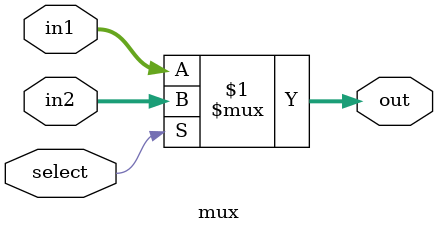
<source format=v>
`timescale 1ns / 1ps


module mux( out,in1, in2, select);
    input [7:0] in1;
    input [7:0] in2;
    input select;
    output [7:0] out;
    assign out = select ? in2 : in1;
endmodule

</source>
